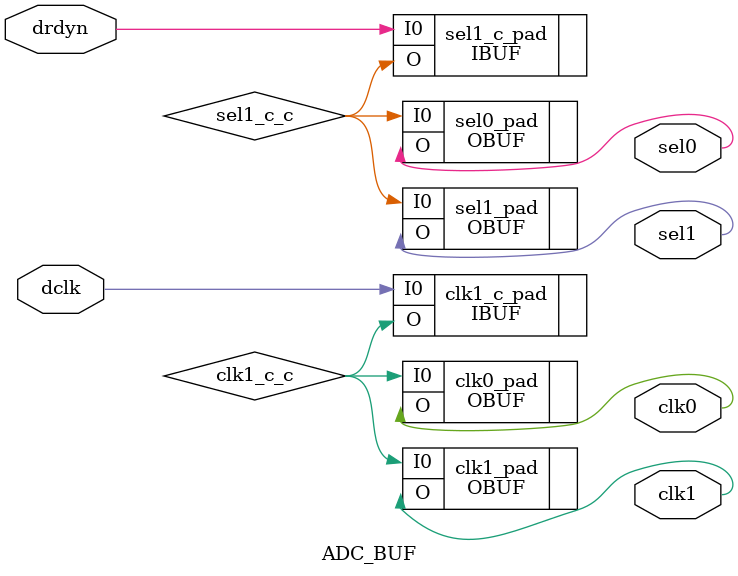
<source format=v>

module ADC_BUF (drdyn, dclk, sel0, sel1, clk0, clk1);   // adc_buf.vhd(6[8:15])
    input drdyn;   // adc_buf.vhd(9[2:7])
    input dclk;   // adc_buf.vhd(9[9:13])
    output sel0;   // adc_buf.vhd(10[2:6])
    output sel1;   // adc_buf.vhd(10[8:12])
    output clk0;   // adc_buf.vhd(11[2:6])
    output clk1;   // adc_buf.vhd(11[8:12])
    
    
    wire sel1_c_c, clk1_c_c, pwr, gnd;
    
    OBUF sel0_pad (.O(sel0), .I0(sel1_c_c));   // C:/ispLEVER_Classic2_0/lse/userware/NT/SYNTHESIS_HEADERS/mach.v(270[8:12])
    OBUF clk0_pad (.O(clk0), .I0(clk1_c_c));   // C:/ispLEVER_Classic2_0/lse/userware/NT/SYNTHESIS_HEADERS/mach.v(270[8:12])
    OBUF clk1_pad (.O(clk1), .I0(clk1_c_c));   // C:/ispLEVER_Classic2_0/lse/userware/NT/SYNTHESIS_HEADERS/mach.v(270[8:12])
    IBUF sel1_c_pad (.O(sel1_c_c), .I0(drdyn));   // C:/ispLEVER_Classic2_0/lse/userware/NT/SYNTHESIS_HEADERS/mach.v(186[8:12])
    IBUF clk1_c_pad (.O(clk1_c_c), .I0(dclk));   // C:/ispLEVER_Classic2_0/lse/userware/NT/SYNTHESIS_HEADERS/mach.v(186[8:12])
    VCC i33 (.X(pwr));
    OBUF sel1_pad (.O(sel1), .I0(sel1_c_c));   // C:/ispLEVER_Classic2_0/lse/userware/NT/SYNTHESIS_HEADERS/mach.v(270[8:12])
    GND i32 (.X(gnd));
    
endmodule
//
// Verilog Description of module VCC
// module not written out since it is a black-box. 
//

//
// Verilog Description of module GND
// module not written out since it is a black-box. 
//


</source>
